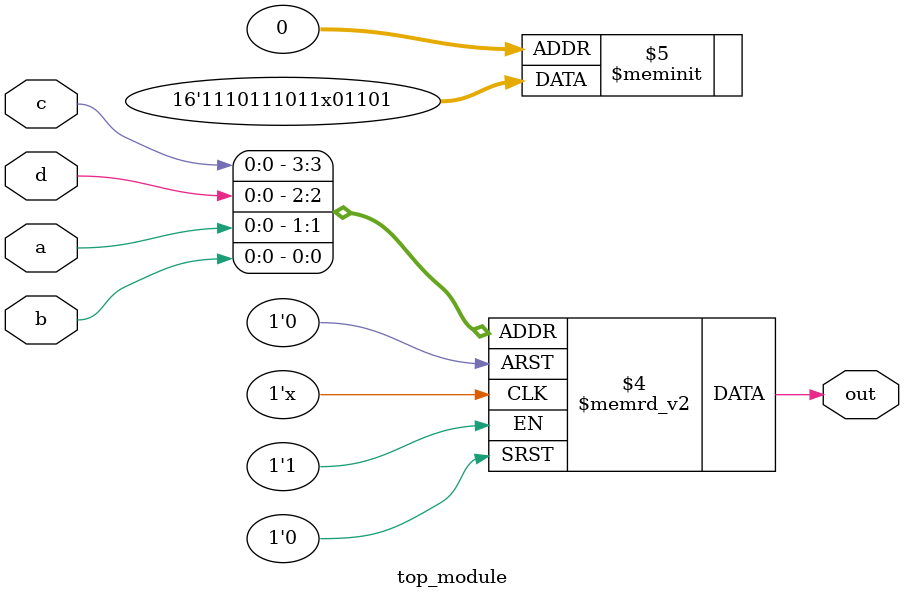
<source format=sv>
module top_module (
	input a, 
	input b,
	input c,
	input d,
	output reg out
);
	
	always @(*) begin
		case ({c, d, a, b})
			4'b0000: out = 1'b1;
			4'b0001: out = 1'b0;
			4'b0010: out = 1'b1;
			4'b0011: out = 1'b1;
			4'b0100: out = 1'b0;
			4'b0101: out = 1'bx;
			4'b0110: out = 1'b1;
			4'b0111: out = 1'b1;
			4'b1000: out = 1'b0;
			4'b1001: out = 1'b1;
			4'b1010: out = 1'b1;
			4'b1011: out = 1'b1;
			4'b1100: out = 1'b0;
			4'b1101: out = 1'b1;
			4'b1110: out = 1'b1;
			4'b1111: out = 1'b1;
			default: out = 1'b0;
		endcase
	end

endmodule

</source>
